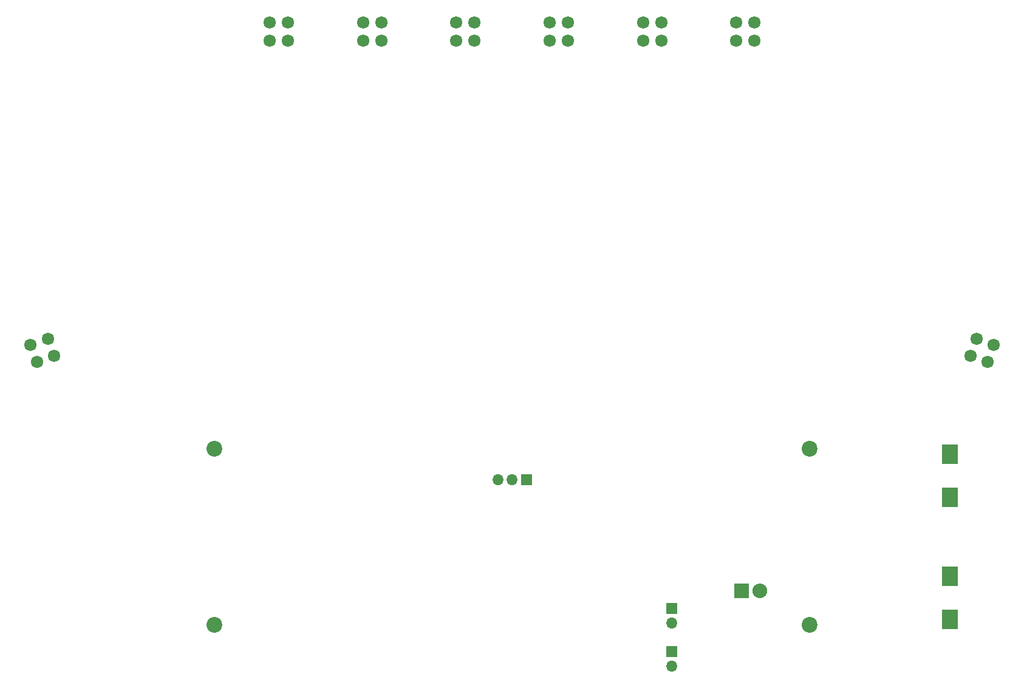
<source format=gbs>
G04 #@! TF.FileFunction,Soldermask,Bot*
%FSLAX46Y46*%
G04 Gerber Fmt 4.6, Leading zero omitted, Abs format (unit mm)*
G04 Created by KiCad (PCBNEW 4.0.1-stable) date 2017/09/30 15:07:11*
%MOMM*%
G01*
G04 APERTURE LIST*
%ADD10C,0.100000*%
%ADD11R,2.050000X2.050000*%
%ADD12O,2.050000X2.050000*%
%ADD13R,1.550000X1.550000*%
%ADD14O,1.550000X1.550000*%
%ADD15C,1.724000*%
%ADD16C,2.200000*%
%ADD17R,2.200000X2.700000*%
G04 APERTURE END LIST*
D10*
D11*
X182000000Y-133000000D03*
D12*
X184540000Y-133000000D03*
D13*
X152000000Y-117500000D03*
D14*
X150000000Y-117500000D03*
X148000000Y-117500000D03*
D13*
X172250000Y-135500000D03*
D14*
X172250000Y-137500000D03*
D13*
X172250000Y-141500000D03*
D14*
X172250000Y-143500000D03*
D15*
X118770000Y-53730000D03*
X116230000Y-53730000D03*
X118770000Y-56270000D03*
X116230000Y-56270000D03*
X85259044Y-97872225D03*
X82872225Y-98740956D03*
X86127775Y-100259044D03*
X83740956Y-101127775D03*
X144770000Y-53730000D03*
X142230000Y-53730000D03*
X144770000Y-56270000D03*
X142230000Y-56270000D03*
X131770000Y-53730000D03*
X129230000Y-53730000D03*
X131770000Y-56270000D03*
X129230000Y-56270000D03*
X170770000Y-53730000D03*
X168230000Y-53730000D03*
X170770000Y-56270000D03*
X168230000Y-56270000D03*
X157770000Y-53730000D03*
X155230000Y-53730000D03*
X157770000Y-56270000D03*
X155230000Y-56270000D03*
X183770000Y-53730000D03*
X181230000Y-53730000D03*
X183770000Y-56270000D03*
X181230000Y-56270000D03*
X217127775Y-98740956D03*
X214740956Y-97872225D03*
X216259044Y-101127775D03*
X213872225Y-100259044D03*
D16*
X108500000Y-113215000D03*
X108500000Y-137785000D03*
X191500000Y-113215000D03*
X191500000Y-137785000D03*
D17*
X211000000Y-114000000D03*
X211000000Y-120000000D03*
X211000000Y-131000000D03*
X211000000Y-137000000D03*
M02*

</source>
